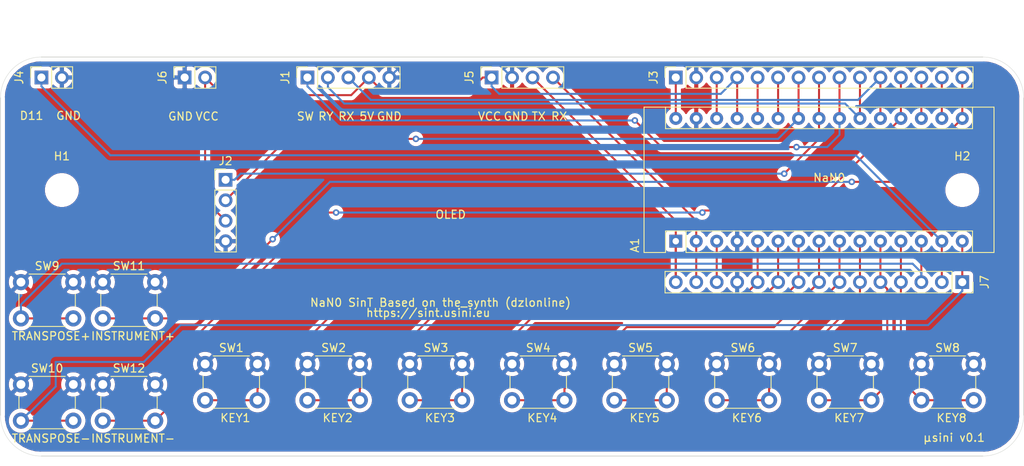
<source format=kicad_pcb>
(kicad_pcb (version 20171130) (host pcbnew "(5.1.4)-1")
  (layers (0 F.Cu signal) (31 B.Cu signal) (34 B.Paste user) (35 F.Paste user) (36 B.SilkS user) (37 F.SilkS user) (38 B.Mask user) (39 F.Mask user) (44 Edge.Cuts user))
  (net 0 "")
  (net 1 D13)
  (net 2 D12)
  (net 3 VIN)
  (net 4 D11)
  (net 5 GND)
  (net 6 D10)
  (net 7 D9)
  (net 8 D8)
  (net 9 A7)
  (net 10 D7)
  (net 11 A6)
  (net 12 D6)
  (net 13 A5)
  (net 14 D5)
  (net 15 A4)
  (net 16 D4)
  (net 17 A3)
  (net 18 D3)
  (net 19 A2)
  (net 20 D2)
  (net 21 A1)
  (net 22 A0)
  (net 23 AREF)
  (net 24 RX)
  (net 25 3V3)
  (net 26 TX)
  (net 27 VCC)
  (net 28 RST1)
  (net 29 RST2)
  (module Connector_PinSocket_2.54mm:PinSocket_1x15_P2.54mm_Vertical (layer F.Cu) (at 205.74 129.54 270)
    (fp_text reference J7 (at 0 -2.77 90) (layer F.SilkS))
    (fp_text value "Duplicate Right")
    (fp_line (start 0 -1.33) (end 1.33 -1.33) (layer F.SilkS) (width 0.12))
    (fp_line (start 1.33 -1.33) (end 1.33 0) (layer F.SilkS) (width 0.12))
    (fp_line (start 1.33 1.27) (end 1.33 36.89) (layer F.SilkS) (width 0.12))
    (fp_line (start -1.33 36.89) (end 1.33 36.89) (layer F.SilkS) (width 0.12))
    (fp_line (start -1.33 1.27) (end -1.33 36.89) (layer F.SilkS) (width 0.12))
    (fp_line (start -1.33 1.27) (end 1.33 1.27) (layer F.SilkS) (width 0.12))
    (pad 15 thru_hole oval (at 0 35.56 270) (size 1.7 1.7) (drill 1) (layers *.Cu *.Mask) (net 26 TX))
    (pad 14 thru_hole oval (at 0 33.02 270) (size 1.7 1.7) (drill 1) (layers *.Cu *.Mask) (net 24 RX))
    (pad 13 thru_hole oval (at 0 30.48 270) (size 1.7 1.7) (drill 1) (layers *.Cu *.Mask) (net 29 RST2))
    (pad 12 thru_hole oval (at 0 27.94 270) (size 1.7 1.7) (drill 1) (layers *.Cu *.Mask) (net 5 GND))
    (pad 11 thru_hole oval (at 0 25.4 270) (size 1.7 1.7) (drill 1) (layers *.Cu *.Mask) (net 20 D2))
    (pad 10 thru_hole oval (at 0 22.86 270) (size 1.7 1.7) (drill 1) (layers *.Cu *.Mask) (net 18 D3))
    (pad 9 thru_hole oval (at 0 20.32 270) (size 1.7 1.7) (drill 1) (layers *.Cu *.Mask) (net 16 D4))
    (pad 8 thru_hole oval (at 0 17.78 270) (size 1.7 1.7) (drill 1) (layers *.Cu *.Mask) (net 14 D5))
    (pad 7 thru_hole oval (at 0 15.24 270) (size 1.7 1.7) (drill 1) (layers *.Cu *.Mask) (net 12 D6))
    (pad 6 thru_hole oval (at 0 12.7 270) (size 1.7 1.7) (drill 1) (layers *.Cu *.Mask) (net 10 D7))
    (pad 5 thru_hole oval (at 0 10.16 270) (size 1.7 1.7) (drill 1) (layers *.Cu *.Mask) (net 8 D8))
    (pad 4 thru_hole oval (at 0 7.62 270) (size 1.7 1.7) (drill 1) (layers *.Cu *.Mask) (net 7 D9))
    (pad 3 thru_hole oval (at 0 5.08 270) (size 1.7 1.7) (drill 1) (layers *.Cu *.Mask) (net 6 D10))
    (pad 2 thru_hole oval (at 0 2.54 270) (size 1.7 1.7) (drill 1) (layers *.Cu *.Mask) (net 4 D11))
    (pad 1 thru_hole rect (at 0 0 270) (size 1.7 1.7) (drill 1) (layers *.Cu *.Mask) (net 2 D12))
  )
  (module Connector_PinSocket_2.54mm:PinSocket_1x02_P2.54mm_Vertical (layer F.Cu) (at 109.22 104.14 90)
    (fp_text reference J6 (at 0 -2.77 90) (layer F.SilkS))
    (fp_text value MERGER)
    (fp_line (start 0 -1.33) (end 1.33 -1.33) (layer F.SilkS) (width 0.12))
    (fp_line (start 1.33 -1.33) (end 1.33 0) (layer F.SilkS) (width 0.12))
    (fp_line (start 1.33 1.27) (end 1.33 3.87) (layer F.SilkS) (width 0.12))
    (fp_line (start -1.33 3.87) (end 1.33 3.87) (layer F.SilkS) (width 0.12))
    (fp_line (start -1.33 1.27) (end -1.33 3.87) (layer F.SilkS) (width 0.12))
    (fp_line (start -1.33 1.27) (end 1.33 1.27) (layer F.SilkS) (width 0.12))
    (pad 2 thru_hole oval (at 0 2.54 90) (size 1.7 1.7) (drill 1) (layers *.Cu *.Mask) (net 27 VCC))
    (pad 1 thru_hole rect (at 0 0 90) (size 1.7 1.7) (drill 1) (layers *.Cu *.Mask) (net 5 GND))
  )
  (module Connector_PinSocket_2.54mm:PinSocket_1x04_P2.54mm_Vertical (layer F.Cu) (at 147.32 104.14 90)
    (fp_text reference J5 (at 0 -2.77 90) (layer F.SilkS))
    (fp_text value SERIAL)
    (fp_line (start 0 -1.33) (end 1.33 -1.33) (layer F.SilkS) (width 0.12))
    (fp_line (start 1.33 -1.33) (end 1.33 0) (layer F.SilkS) (width 0.12))
    (fp_line (start 1.33 1.27) (end 1.33 8.95) (layer F.SilkS) (width 0.12))
    (fp_line (start -1.33 8.95) (end 1.33 8.95) (layer F.SilkS) (width 0.12))
    (fp_line (start -1.33 1.27) (end -1.33 8.95) (layer F.SilkS) (width 0.12))
    (fp_line (start -1.33 1.27) (end 1.33 1.27) (layer F.SilkS) (width 0.12))
    (pad 4 thru_hole oval (at 0 7.62 90) (size 1.7 1.7) (drill 1) (layers *.Cu *.Mask) (net 24 RX))
    (pad 3 thru_hole oval (at 0 5.08 90) (size 1.7 1.7) (drill 1) (layers *.Cu *.Mask) (net 26 TX))
    (pad 2 thru_hole oval (at 0 2.54 90) (size 1.7 1.7) (drill 1) (layers *.Cu *.Mask) (net 5 GND))
    (pad 1 thru_hole rect (at 0 0 90) (size 1.7 1.7) (drill 1) (layers *.Cu *.Mask) (net 27 VCC))
  )
  (module Connector_PinSocket_2.54mm:PinSocket_1x02_P2.54mm_Vertical (layer F.Cu) (at 91.44 104.14 90)
    (fp_text reference J4 (at 0 -2.77 90) (layer F.SilkS))
    (fp_text value AUDIO)
    (fp_line (start 0 -1.33) (end 1.33 -1.33) (layer F.SilkS) (width 0.12))
    (fp_line (start 1.33 -1.33) (end 1.33 0) (layer F.SilkS) (width 0.12))
    (fp_line (start 1.33 1.27) (end 1.33 3.87) (layer F.SilkS) (width 0.12))
    (fp_line (start -1.33 3.87) (end 1.33 3.87) (layer F.SilkS) (width 0.12))
    (fp_line (start -1.33 1.27) (end -1.33 3.87) (layer F.SilkS) (width 0.12))
    (fp_line (start -1.33 1.27) (end 1.33 1.27) (layer F.SilkS) (width 0.12))
    (pad 2 thru_hole oval (at 0 2.54 90) (size 1.7 1.7) (drill 1) (layers *.Cu *.Mask) (net 5 GND))
    (pad 1 thru_hole rect (at 0 0 90) (size 1.7 1.7) (drill 1) (layers *.Cu *.Mask) (net 4 D11))
  )
  (module Connector_PinSocket_2.54mm:PinSocket_1x15_P2.54mm_Vertical (layer F.Cu) (at 170.18 104.14 90)
    (fp_text reference J3 (at 0 -2.77 90) (layer F.SilkS))
    (fp_text value "Duplicate LEFT")
    (fp_line (start 0 -1.33) (end 1.33 -1.33) (layer F.SilkS) (width 0.12))
    (fp_line (start 1.33 -1.33) (end 1.33 0) (layer F.SilkS) (width 0.12))
    (fp_line (start 1.33 1.27) (end 1.33 36.89) (layer F.SilkS) (width 0.12))
    (fp_line (start -1.33 36.89) (end 1.33 36.89) (layer F.SilkS) (width 0.12))
    (fp_line (start -1.33 1.27) (end -1.33 36.89) (layer F.SilkS) (width 0.12))
    (fp_line (start -1.33 1.27) (end 1.33 1.27) (layer F.SilkS) (width 0.12))
    (pad 15 thru_hole oval (at 0 35.56 90) (size 1.7 1.7) (drill 1) (layers *.Cu *.Mask) (net 1 D13))
    (pad 14 thru_hole oval (at 0 33.02 90) (size 1.7 1.7) (drill 1) (layers *.Cu *.Mask) (net 25 3V3))
    (pad 13 thru_hole oval (at 0 30.48 90) (size 1.7 1.7) (drill 1) (layers *.Cu *.Mask) (net 23 AREF))
    (pad 12 thru_hole oval (at 0 27.94 90) (size 1.7 1.7) (drill 1) (layers *.Cu *.Mask) (net 22 A0))
    (pad 11 thru_hole oval (at 0 25.4 90) (size 1.7 1.7) (drill 1) (layers *.Cu *.Mask) (net 21 A1))
    (pad 10 thru_hole oval (at 0 22.86 90) (size 1.7 1.7) (drill 1) (layers *.Cu *.Mask) (net 19 A2))
    (pad 9 thru_hole oval (at 0 20.32 90) (size 1.7 1.7) (drill 1) (layers *.Cu *.Mask) (net 17 A3))
    (pad 8 thru_hole oval (at 0 17.78 90) (size 1.7 1.7) (drill 1) (layers *.Cu *.Mask) (net 15 A4))
    (pad 7 thru_hole oval (at 0 15.24 90) (size 1.7 1.7) (drill 1) (layers *.Cu *.Mask) (net 13 A5))
    (pad 6 thru_hole oval (at 0 12.7 90) (size 1.7 1.7) (drill 1) (layers *.Cu *.Mask) (net 11 A6))
    (pad 5 thru_hole oval (at 0 10.16 90) (size 1.7 1.7) (drill 1) (layers *.Cu *.Mask) (net 9 A7))
    (pad 4 thru_hole oval (at 0 7.62 90) (size 1.7 1.7) (drill 1) (layers *.Cu *.Mask) (net 27 VCC))
    (pad 3 thru_hole oval (at 0 5.08 90) (size 1.7 1.7) (drill 1) (layers *.Cu *.Mask) (net 28 RST1))
    (pad 2 thru_hole oval (at 0 2.54 90) (size 1.7 1.7) (drill 1) (layers *.Cu *.Mask) (net 5 GND))
    (pad 1 thru_hole rect (at 0 0 90) (size 1.7 1.7) (drill 1) (layers *.Cu *.Mask) (net 3 VIN))
  )
  (module Connector_PinSocket_2.54mm:PinSocket_1x05_P2.54mm_Vertical (layer F.Cu) (at 124.46 104.14 90)
    (fp_text reference J1 (at 0 -2.77 90) (layer F.SilkS))
    (fp_text value JOYSTICK)
    (fp_line (start 0 -1.33) (end 1.33 -1.33) (layer F.SilkS) (width 0.12))
    (fp_line (start 1.33 -1.33) (end 1.33 0) (layer F.SilkS) (width 0.12))
    (fp_line (start 1.33 1.27) (end 1.33 11.49) (layer F.SilkS) (width 0.12))
    (fp_line (start -1.33 11.49) (end 1.33 11.49) (layer F.SilkS) (width 0.12))
    (fp_line (start -1.33 1.27) (end -1.33 11.49) (layer F.SilkS) (width 0.12))
    (fp_line (start -1.33 1.27) (end 1.33 1.27) (layer F.SilkS) (width 0.12))
    (pad 5 thru_hole oval (at 0 10.16 90) (size 1.7 1.7) (drill 1) (layers *.Cu *.Mask) (net 5 GND))
    (pad 4 thru_hole oval (at 0 7.62 90) (size 1.7 1.7) (drill 1) (layers *.Cu *.Mask) (net 27 VCC))
    (pad 3 thru_hole oval (at 0 5.08 90) (size 1.7 1.7) (drill 1) (layers *.Cu *.Mask) (net 21 A1))
    (pad 2 thru_hole oval (at 0 2.54 90) (size 1.7 1.7) (drill 1) (layers *.Cu *.Mask) (net 19 A2))
    (pad 1 thru_hole rect (at 0 0 90) (size 1.7 1.7) (drill 1) (layers *.Cu *.Mask) (net 17 A3))
  )
  (module MountingHole:MountingHole_3.2mm_M3 (layer F.Cu) (at 205.74 118.11)
    (fp_text reference H2 (at 0 -4.2) (layer F.SilkS))
    (fp_text value MountingHole)
    (pad 1 np_thru_hole circle (at 0 0) (size 3.2 3.2) (drill 3.2) (layers *.Cu *.Mask))
  )
  (module MountingHole:MountingHole_3.2mm_M3 (layer F.Cu) (at 93.98 118.11)
    (fp_text reference H1 (at 0 -4.2) (layer F.SilkS))
    (fp_text value MountingHole)
    (pad 1 np_thru_hole circle (at 0 0) (size 3.2 3.2) (drill 3.2) (layers *.Cu *.Mask))
  )
  (module Button_Switch_THT:SW_PUSH_6mm_H7.3mm (layer F.Cu) (at 99.06 142.24)
    (fp_text reference SW12 (at 3.25 -2) (layer F.SilkS))
    (fp_text value INSTRUMENT- (at 3.75 6.7) (layer F.SilkS))
    (fp_line (start 6.75 3) (end 6.75 1.5) (layer F.SilkS) (width 0.12))
    (fp_line (start 5.5 -1) (end 1 -1) (layer F.SilkS) (width 0.12))
    (fp_line (start -0.25 1.5) (end -0.25 3) (layer F.SilkS) (width 0.12))
    (fp_line (start 1 5.5) (end 5.5 5.5) (layer F.SilkS) (width 0.12))
    (pad 1 thru_hole circle (at 6.5 0 90) (size 2 2) (drill 1.1) (layers *.Cu *.Mask) (net 5 GND))
    (pad 2 thru_hole circle (at 6.5 4.5 90) (size 2 2) (drill 1.1) (layers *.Cu *.Mask) (net 22 A0))
    (pad 1 thru_hole circle (at 0 0 90) (size 2 2) (drill 1.1) (layers *.Cu *.Mask) (net 5 GND))
    (pad 2 thru_hole circle (at 0 4.5 90) (size 2 2) (drill 1.1) (layers *.Cu *.Mask) (net 22 A0))
  )
  (module Button_Switch_THT:SW_PUSH_6mm_H7.3mm (layer F.Cu) (at 99.06 129.54)
    (fp_text reference SW11 (at 3.25 -2) (layer F.SilkS))
    (fp_text value INSTRUMENT+ (at 3.75 6.7) (layer F.SilkS))
    (fp_line (start 6.75 3) (end 6.75 1.5) (layer F.SilkS) (width 0.12))
    (fp_line (start 5.5 -1) (end 1 -1) (layer F.SilkS) (width 0.12))
    (fp_line (start -0.25 1.5) (end -0.25 3) (layer F.SilkS) (width 0.12))
    (fp_line (start 1 5.5) (end 5.5 5.5) (layer F.SilkS) (width 0.12))
    (pad 1 thru_hole circle (at 6.5 0 90) (size 2 2) (drill 1.1) (layers *.Cu *.Mask) (net 5 GND))
    (pad 2 thru_hole circle (at 6.5 4.5 90) (size 2 2) (drill 1.1) (layers *.Cu *.Mask) (net 1 D13))
    (pad 1 thru_hole circle (at 0 0 90) (size 2 2) (drill 1.1) (layers *.Cu *.Mask) (net 5 GND))
    (pad 2 thru_hole circle (at 0 4.5 90) (size 2 2) (drill 1.1) (layers *.Cu *.Mask) (net 1 D13))
  )
  (module Button_Switch_THT:SW_PUSH_6mm_H7.3mm (layer F.Cu) (at 88.9 142.24)
    (fp_text reference SW10 (at 3.25 -2) (layer F.SilkS))
    (fp_text value TRANSPOSE- (at 3.75 6.7) (layer F.SilkS))
    (fp_line (start 6.75 3) (end 6.75 1.5) (layer F.SilkS) (width 0.12))
    (fp_line (start 5.5 -1) (end 1 -1) (layer F.SilkS) (width 0.12))
    (fp_line (start -0.25 1.5) (end -0.25 3) (layer F.SilkS) (width 0.12))
    (fp_line (start 1 5.5) (end 5.5 5.5) (layer F.SilkS) (width 0.12))
    (pad 1 thru_hole circle (at 6.5 0 90) (size 2 2) (drill 1.1) (layers *.Cu *.Mask) (net 5 GND))
    (pad 2 thru_hole circle (at 6.5 4.5 90) (size 2 2) (drill 1.1) (layers *.Cu *.Mask) (net 2 D12))
    (pad 1 thru_hole circle (at 0 0 90) (size 2 2) (drill 1.1) (layers *.Cu *.Mask) (net 5 GND))
    (pad 2 thru_hole circle (at 0 4.5 90) (size 2 2) (drill 1.1) (layers *.Cu *.Mask) (net 2 D12))
  )
  (module Button_Switch_THT:SW_PUSH_6mm_H7.3mm (layer F.Cu) (at 88.9 129.54)
    (fp_text reference SW9 (at 3.25 -2) (layer F.SilkS))
    (fp_text value TRANSPOSE+ (at 3.75 6.7) (layer F.SilkS))
    (fp_line (start 6.75 3) (end 6.75 1.5) (layer F.SilkS) (width 0.12))
    (fp_line (start 5.5 -1) (end 1 -1) (layer F.SilkS) (width 0.12))
    (fp_line (start -0.25 1.5) (end -0.25 3) (layer F.SilkS) (width 0.12))
    (fp_line (start 1 5.5) (end 5.5 5.5) (layer F.SilkS) (width 0.12))
    (pad 1 thru_hole circle (at 6.5 0 90) (size 2 2) (drill 1.1) (layers *.Cu *.Mask) (net 5 GND))
    (pad 2 thru_hole circle (at 6.5 4.5 90) (size 2 2) (drill 1.1) (layers *.Cu *.Mask) (net 6 D10))
    (pad 1 thru_hole circle (at 0 0 90) (size 2 2) (drill 1.1) (layers *.Cu *.Mask) (net 5 GND))
    (pad 2 thru_hole circle (at 0 4.5 90) (size 2 2) (drill 1.1) (layers *.Cu *.Mask) (net 6 D10))
  )
  (module Button_Switch_THT:SW_PUSH_6mm_H7.3mm (layer F.Cu) (at 200.66 139.7)
    (fp_text reference SW8 (at 3.25 -2) (layer F.SilkS))
    (fp_text value KEY8 (at 3.75 6.7) (layer F.SilkS))
    (fp_line (start 6.75 3) (end 6.75 1.5) (layer F.SilkS) (width 0.12))
    (fp_line (start 5.5 -1) (end 1 -1) (layer F.SilkS) (width 0.12))
    (fp_line (start -0.25 1.5) (end -0.25 3) (layer F.SilkS) (width 0.12))
    (fp_line (start 1 5.5) (end 5.5 5.5) (layer F.SilkS) (width 0.12))
    (pad 1 thru_hole circle (at 6.5 0 90) (size 2 2) (drill 1.1) (layers *.Cu *.Mask) (net 5 GND))
    (pad 2 thru_hole circle (at 6.5 4.5 90) (size 2 2) (drill 1.1) (layers *.Cu *.Mask) (net 7 D9))
    (pad 1 thru_hole circle (at 0 0 90) (size 2 2) (drill 1.1) (layers *.Cu *.Mask) (net 5 GND))
    (pad 2 thru_hole circle (at 0 4.5 90) (size 2 2) (drill 1.1) (layers *.Cu *.Mask) (net 7 D9))
  )
  (module Button_Switch_THT:SW_PUSH_6mm_H7.3mm (layer F.Cu) (at 187.96 139.7)
    (fp_text reference SW7 (at 3.25 -2) (layer F.SilkS))
    (fp_text value KEY7 (at 3.75 6.7) (layer F.SilkS))
    (fp_line (start 6.75 3) (end 6.75 1.5) (layer F.SilkS) (width 0.12))
    (fp_line (start 5.5 -1) (end 1 -1) (layer F.SilkS) (width 0.12))
    (fp_line (start -0.25 1.5) (end -0.25 3) (layer F.SilkS) (width 0.12))
    (fp_line (start 1 5.5) (end 5.5 5.5) (layer F.SilkS) (width 0.12))
    (pad 1 thru_hole circle (at 6.5 0 90) (size 2 2) (drill 1.1) (layers *.Cu *.Mask) (net 5 GND))
    (pad 2 thru_hole circle (at 6.5 4.5 90) (size 2 2) (drill 1.1) (layers *.Cu *.Mask) (net 8 D8))
    (pad 1 thru_hole circle (at 0 0 90) (size 2 2) (drill 1.1) (layers *.Cu *.Mask) (net 5 GND))
    (pad 2 thru_hole circle (at 0 4.5 90) (size 2 2) (drill 1.1) (layers *.Cu *.Mask) (net 8 D8))
  )
  (module Button_Switch_THT:SW_PUSH_6mm_H7.3mm (layer F.Cu) (at 175.26 139.7)
    (fp_text reference SW6 (at 3.25 -2) (layer F.SilkS))
    (fp_text value KEY6 (at 3.75 6.7) (layer F.SilkS))
    (fp_line (start 6.75 3) (end 6.75 1.5) (layer F.SilkS) (width 0.12))
    (fp_line (start 5.5 -1) (end 1 -1) (layer F.SilkS) (width 0.12))
    (fp_line (start -0.25 1.5) (end -0.25 3) (layer F.SilkS) (width 0.12))
    (fp_line (start 1 5.5) (end 5.5 5.5) (layer F.SilkS) (width 0.12))
    (pad 1 thru_hole circle (at 6.5 0 90) (size 2 2) (drill 1.1) (layers *.Cu *.Mask) (net 5 GND))
    (pad 2 thru_hole circle (at 6.5 4.5 90) (size 2 2) (drill 1.1) (layers *.Cu *.Mask) (net 10 D7))
    (pad 1 thru_hole circle (at 0 0 90) (size 2 2) (drill 1.1) (layers *.Cu *.Mask) (net 5 GND))
    (pad 2 thru_hole circle (at 0 4.5 90) (size 2 2) (drill 1.1) (layers *.Cu *.Mask) (net 10 D7))
  )
  (module Button_Switch_THT:SW_PUSH_6mm_H7.3mm (layer F.Cu) (at 162.56 139.7)
    (fp_text reference SW5 (at 3.25 -2) (layer F.SilkS))
    (fp_text value KEY5 (at 3.75 6.7) (layer F.SilkS))
    (fp_line (start 6.75 3) (end 6.75 1.5) (layer F.SilkS) (width 0.12))
    (fp_line (start 5.5 -1) (end 1 -1) (layer F.SilkS) (width 0.12))
    (fp_line (start -0.25 1.5) (end -0.25 3) (layer F.SilkS) (width 0.12))
    (fp_line (start 1 5.5) (end 5.5 5.5) (layer F.SilkS) (width 0.12))
    (pad 1 thru_hole circle (at 6.5 0 90) (size 2 2) (drill 1.1) (layers *.Cu *.Mask) (net 5 GND))
    (pad 2 thru_hole circle (at 6.5 4.5 90) (size 2 2) (drill 1.1) (layers *.Cu *.Mask) (net 12 D6))
    (pad 1 thru_hole circle (at 0 0 90) (size 2 2) (drill 1.1) (layers *.Cu *.Mask) (net 5 GND))
    (pad 2 thru_hole circle (at 0 4.5 90) (size 2 2) (drill 1.1) (layers *.Cu *.Mask) (net 12 D6))
  )
  (module Button_Switch_THT:SW_PUSH_6mm_H7.3mm (layer F.Cu) (at 149.86 139.7)
    (fp_text reference SW4 (at 3.25 -2) (layer F.SilkS))
    (fp_text value KEY4 (at 3.75 6.7) (layer F.SilkS))
    (fp_line (start 6.75 3) (end 6.75 1.5) (layer F.SilkS) (width 0.12))
    (fp_line (start 5.5 -1) (end 1 -1) (layer F.SilkS) (width 0.12))
    (fp_line (start -0.25 1.5) (end -0.25 3) (layer F.SilkS) (width 0.12))
    (fp_line (start 1 5.5) (end 5.5 5.5) (layer F.SilkS) (width 0.12))
    (pad 1 thru_hole circle (at 6.5 0 90) (size 2 2) (drill 1.1) (layers *.Cu *.Mask) (net 5 GND))
    (pad 2 thru_hole circle (at 6.5 4.5 90) (size 2 2) (drill 1.1) (layers *.Cu *.Mask) (net 14 D5))
    (pad 1 thru_hole circle (at 0 0 90) (size 2 2) (drill 1.1) (layers *.Cu *.Mask) (net 5 GND))
    (pad 2 thru_hole circle (at 0 4.5 90) (size 2 2) (drill 1.1) (layers *.Cu *.Mask) (net 14 D5))
  )
  (module Button_Switch_THT:SW_PUSH_6mm_H7.3mm (layer F.Cu) (at 137.16 139.7)
    (fp_text reference SW3 (at 3.25 -2) (layer F.SilkS))
    (fp_text value KEY3 (at 3.75 6.7) (layer F.SilkS))
    (fp_line (start 6.75 3) (end 6.75 1.5) (layer F.SilkS) (width 0.12))
    (fp_line (start 5.5 -1) (end 1 -1) (layer F.SilkS) (width 0.12))
    (fp_line (start -0.25 1.5) (end -0.25 3) (layer F.SilkS) (width 0.12))
    (fp_line (start 1 5.5) (end 5.5 5.5) (layer F.SilkS) (width 0.12))
    (pad 1 thru_hole circle (at 6.5 0 90) (size 2 2) (drill 1.1) (layers *.Cu *.Mask) (net 5 GND))
    (pad 2 thru_hole circle (at 6.5 4.5 90) (size 2 2) (drill 1.1) (layers *.Cu *.Mask) (net 16 D4))
    (pad 1 thru_hole circle (at 0 0 90) (size 2 2) (drill 1.1) (layers *.Cu *.Mask) (net 5 GND))
    (pad 2 thru_hole circle (at 0 4.5 90) (size 2 2) (drill 1.1) (layers *.Cu *.Mask) (net 16 D4))
  )
  (module Button_Switch_THT:SW_PUSH_6mm_H7.3mm (layer F.Cu) (at 124.46 139.7)
    (fp_text reference SW2 (at 3.25 -2) (layer F.SilkS))
    (fp_text value KEY2 (at 3.75 6.7) (layer F.SilkS))
    (fp_line (start 6.75 3) (end 6.75 1.5) (layer F.SilkS) (width 0.12))
    (fp_line (start 5.5 -1) (end 1 -1) (layer F.SilkS) (width 0.12))
    (fp_line (start -0.25 1.5) (end -0.25 3) (layer F.SilkS) (width 0.12))
    (fp_line (start 1 5.5) (end 5.5 5.5) (layer F.SilkS) (width 0.12))
    (pad 1 thru_hole circle (at 6.5 0 90) (size 2 2) (drill 1.1) (layers *.Cu *.Mask) (net 5 GND))
    (pad 2 thru_hole circle (at 6.5 4.5 90) (size 2 2) (drill 1.1) (layers *.Cu *.Mask) (net 18 D3))
    (pad 1 thru_hole circle (at 0 0 90) (size 2 2) (drill 1.1) (layers *.Cu *.Mask) (net 5 GND))
    (pad 2 thru_hole circle (at 0 4.5 90) (size 2 2) (drill 1.1) (layers *.Cu *.Mask) (net 18 D3))
  )
  (module Button_Switch_THT:SW_PUSH_6mm_H7.3mm (layer F.Cu) (at 111.76 139.7)
    (fp_text reference SW1 (at 3.25 -2) (layer F.SilkS))
    (fp_text value KEY1 (at 3.75 6.7) (layer F.SilkS))
    (fp_line (start 6.75 3) (end 6.75 1.5) (layer F.SilkS) (width 0.12))
    (fp_line (start 5.5 -1) (end 1 -1) (layer F.SilkS) (width 0.12))
    (fp_line (start -0.25 1.5) (end -0.25 3) (layer F.SilkS) (width 0.12))
    (fp_line (start 1 5.5) (end 5.5 5.5) (layer F.SilkS) (width 0.12))
    (pad 1 thru_hole circle (at 6.5 0 90) (size 2 2) (drill 1.1) (layers *.Cu *.Mask) (net 5 GND))
    (pad 2 thru_hole circle (at 6.5 4.5 90) (size 2 2) (drill 1.1) (layers *.Cu *.Mask) (net 20 D2))
    (pad 1 thru_hole circle (at 0 0 90) (size 2 2) (drill 1.1) (layers *.Cu *.Mask) (net 5 GND))
    (pad 2 thru_hole circle (at 0 4.5 90) (size 2 2) (drill 1.1) (layers *.Cu *.Mask) (net 20 D2))
  )
  (module Connector_PinHeader_2.54mm:PinHeader_1x04_P2.54mm_Vertical (layer F.Cu) (at 114.3 116.84)
    (fp_text reference J2 (at 0 -2.33) (layer F.SilkS))
    (fp_text value OLED (at 27.94 4.318) (layer F.SilkS))
    (fp_line (start -1.33 -1.33) (end 0 -1.33) (layer F.SilkS) (width 0.12))
    (fp_line (start -1.33 0) (end -1.33 -1.33) (layer F.SilkS) (width 0.12))
    (fp_line (start -1.33 1.27) (end 1.33 1.27) (layer F.SilkS) (width 0.12))
    (fp_line (start 1.33 1.27) (end 1.33 8.95) (layer F.SilkS) (width 0.12))
    (fp_line (start -1.33 1.27) (end -1.33 8.95) (layer F.SilkS) (width 0.12))
    (fp_line (start -1.33 8.95) (end 1.33 8.95) (layer F.SilkS) (width 0.12))
    (pad 4 thru_hole oval (at 0 7.62) (size 1.7 1.7) (drill 1) (layers *.Cu *.Mask) (net 5 GND))
    (pad 3 thru_hole oval (at 0 5.08) (size 1.7 1.7) (drill 1) (layers *.Cu *.Mask) (net 27 VCC))
    (pad 2 thru_hole oval (at 0 2.54) (size 1.7 1.7) (drill 1) (layers *.Cu *.Mask) (net 13 A5))
    (pad 1 thru_hole rect (at 0 0) (size 1.7 1.7) (drill 1) (layers *.Cu *.Mask) (net 15 A4))
  )
  (module Module:Arduino_Nano (layer F.Cu) (at 170.18 124.46 90)
    (fp_text reference A1 (at -0.508 -5.08 90) (layer F.SilkS))
    (fp_text value NaN0 (at 7.874 19.05) (layer F.SilkS))
    (fp_line (start 16.64 -3.94) (end -1.4 -3.94) (layer F.SilkS) (width 0.12))
    (fp_line (start 16.64 39.5) (end 16.64 -3.94) (layer F.SilkS) (width 0.12))
    (fp_line (start -1.4 39.5) (end 16.64 39.5) (layer F.SilkS) (width 0.12))
    (fp_line (start 1.27 36.83) (end -1.4 36.83) (layer F.SilkS) (width 0.12))
    (fp_line (start 1.27 1.27) (end 1.27 36.83) (layer F.SilkS) (width 0.12))
    (fp_line (start 1.27 1.27) (end -1.4 1.27) (layer F.SilkS) (width 0.12))
    (fp_line (start 13.97 36.83) (end 16.64 36.83) (layer F.SilkS) (width 0.12))
    (fp_line (start 13.97 -1.27) (end 13.97 36.83) (layer F.SilkS) (width 0.12))
    (fp_line (start 13.97 -1.27) (end 16.64 -1.27) (layer F.SilkS) (width 0.12))
    (fp_line (start -1.4 -3.94) (end -1.4 -1.27) (layer F.SilkS) (width 0.12))
    (fp_line (start -1.4 1.27) (end -1.4 39.5) (layer F.SilkS) (width 0.12))
    (fp_line (start 1.27 -1.27) (end -1.4 -1.27) (layer F.SilkS) (width 0.12))
    (fp_line (start 1.27 1.27) (end 1.27 -1.27) (layer F.SilkS) (width 0.12))
    (pad 16 thru_hole oval (at 15.24 35.56 90) (size 1.6 1.6) (drill 0.8) (layers *.Cu *.Mask) (net 1 D13))
    (pad 15 thru_hole oval (at 0 35.56 90) (size 1.6 1.6) (drill 0.8) (layers *.Cu *.Mask) (net 2 D12))
    (pad 30 thru_hole oval (at 15.24 0 90) (size 1.6 1.6) (drill 0.8) (layers *.Cu *.Mask) (net 3 VIN))
    (pad 14 thru_hole oval (at 0 33.02 90) (size 1.6 1.6) (drill 0.8) (layers *.Cu *.Mask) (net 4 D11))
    (pad 29 thru_hole oval (at 15.24 2.54 90) (size 1.6 1.6) (drill 0.8) (layers *.Cu *.Mask) (net 5 GND))
    (pad 13 thru_hole oval (at 0 30.48 90) (size 1.6 1.6) (drill 0.8) (layers *.Cu *.Mask) (net 6 D10))
    (pad 28 thru_hole oval (at 15.24 5.08 90) (size 1.6 1.6) (drill 0.8) (layers *.Cu *.Mask) (net 28 RST1))
    (pad 12 thru_hole oval (at 0 27.94 90) (size 1.6 1.6) (drill 0.8) (layers *.Cu *.Mask) (net 7 D9))
    (pad 27 thru_hole oval (at 15.24 7.62 90) (size 1.6 1.6) (drill 0.8) (layers *.Cu *.Mask) (net 27 VCC))
    (pad 11 thru_hole oval (at 0 25.4 90) (size 1.6 1.6) (drill 0.8) (layers *.Cu *.Mask) (net 8 D8))
    (pad 26 thru_hole oval (at 15.24 10.16 90) (size 1.6 1.6) (drill 0.8) (layers *.Cu *.Mask) (net 9 A7))
    (pad 10 thru_hole oval (at 0 22.86 90) (size 1.6 1.6) (drill 0.8) (layers *.Cu *.Mask) (net 10 D7))
    (pad 25 thru_hole oval (at 15.24 12.7 90) (size 1.6 1.6) (drill 0.8) (layers *.Cu *.Mask) (net 11 A6))
    (pad 9 thru_hole oval (at 0 20.32 90) (size 1.6 1.6) (drill 0.8) (layers *.Cu *.Mask) (net 12 D6))
    (pad 24 thru_hole oval (at 15.24 15.24 90) (size 1.6 1.6) (drill 0.8) (layers *.Cu *.Mask) (net 13 A5))
    (pad 8 thru_hole oval (at 0 17.78 90) (size 1.6 1.6) (drill 0.8) (layers *.Cu *.Mask) (net 14 D5))
    (pad 23 thru_hole oval (at 15.24 17.78 90) (size 1.6 1.6) (drill 0.8) (layers *.Cu *.Mask) (net 15 A4))
    (pad 7 thru_hole oval (at 0 15.24 90) (size 1.6 1.6) (drill 0.8) (layers *.Cu *.Mask) (net 16 D4))
    (pad 22 thru_hole oval (at 15.24 20.32 90) (size 1.6 1.6) (drill 0.8) (layers *.Cu *.Mask) (net 17 A3))
    (pad 6 thru_hole oval (at 0 12.7 90) (size 1.6 1.6) (drill 0.8) (layers *.Cu *.Mask) (net 18 D3))
    (pad 21 thru_hole oval (at 15.24 22.86 90) (size 1.6 1.6) (drill 0.8) (layers *.Cu *.Mask) (net 19 A2))
    (pad 5 thru_hole oval (at 0 10.16 90) (size 1.6 1.6) (drill 0.8) (layers *.Cu *.Mask) (net 20 D2))
    (pad 20 thru_hole oval (at 15.24 25.4 90) (size 1.6 1.6) (drill 0.8) (layers *.Cu *.Mask) (net 21 A1))
    (pad 4 thru_hole oval (at 0 7.62 90) (size 1.6 1.6) (drill 0.8) (layers *.Cu *.Mask) (net 5 GND))
    (pad 19 thru_hole oval (at 15.24 27.94 90) (size 1.6 1.6) (drill 0.8) (layers *.Cu *.Mask) (net 22 A0))
    (pad 3 thru_hole oval (at 0 5.08 90) (size 1.6 1.6) (drill 0.8) (layers *.Cu *.Mask) (net 29 RST2))
    (pad 18 thru_hole oval (at 15.24 30.48 90) (size 1.6 1.6) (drill 0.8) (layers *.Cu *.Mask) (net 23 AREF))
    (pad 2 thru_hole oval (at 0 2.54 90) (size 1.6 1.6) (drill 0.8) (layers *.Cu *.Mask) (net 24 RX))
    (pad 17 thru_hole oval (at 15.24 33.02 90) (size 1.6 1.6) (drill 0.8) (layers *.Cu *.Mask) (net 25 3V3))
    (pad 1 thru_hole rect (at 0 0 90) (size 1.6 1.6) (drill 0.8) (layers *.Cu *.Mask) (net 26 TX))
  )
  (gr_arc (start 91.44 106.68) (end 91.44 101.6) (angle -90) (layer Edge.Cuts) (width 0.05))
  (gr_arc (start 91.44 146.05) (end 86.36 146.05) (angle -90) (layer Edge.Cuts) (width 0.05))
  (gr_arc (start 208.28 146.05) (end 208.28 151.13) (angle -90) (layer Edge.Cuts) (width 0.05))
  (gr_arc (start 208.28 106.68) (end 213.36 106.68) (angle -90) (layer Edge.Cuts) (width 0.05))
  (gr_text "µsini v0.1" (at 204.724 148.844) (layer F.SilkS) (effects (font (size 1 1))))
  (gr_text https://sint.usini.eu (at 139.446 133.35) (layer F.SilkS) (effects (font (size 1 1))))
  (gr_text "NaN0 SinT Based on the_synth (dzlonline)" (at 140.97 132.08) (layer F.SilkS) (effects (font (size 1 1))))
  (gr_line (start 86.36 146.05) (end 86.36 106.68) (layer Edge.Cuts) (width 0.1))
  (gr_line (start 208.28 151.13) (end 91.44 151.13) (layer Edge.Cuts) (width 0.1))
  (gr_line (start 213.36 106.68) (end 213.36 146.05) (layer Edge.Cuts) (width 0.1))
  (gr_line (start 91.44 101.6) (end 208.28 101.6) (layer Edge.Cuts) (width 0.1))
  (gr_text GND (at 94.8182 108.8898) (layer F.SilkS) (effects (font (size 1 1))))
  (gr_text D11 (at 90.2208 108.8898) (layer F.SilkS) (effects (font (size 1 1))))
  (gr_text RX (at 155.702 108.966) (layer F.SilkS) (effects (font (size 1 1))))
  (gr_text TX (at 153.162 108.966) (layer F.SilkS) (effects (font (size 1 1))))
  (gr_text GND (at 150.368 108.966) (layer F.SilkS) (effects (font (size 1 1))))
  (gr_text VCC (at 147.066 108.966) (layer F.SilkS) (effects (font (size 1 1))))
  (gr_text SW (at 124.206 108.966) (layer F.SilkS) (effects (font (size 1 1))))
  (gr_text RY (at 126.746 108.966) (layer F.SilkS) (effects (font (size 1 1))))
  (gr_text RX (at 129.286 108.966) (layer F.SilkS) (effects (font (size 1 1))))
  (gr_text 5V (at 131.826 108.966) (layer F.SilkS) (effects (font (size 1 1))))
  (gr_text GND (at 134.62 108.966) (layer F.SilkS) (effects (font (size 1 1))))
  (gr_text VCC (at 112.014 108.966) (layer F.SilkS) (effects (font (size 1 1))))
  (gr_text GND (at 108.712 108.966) (layer F.SilkS) (effects (font (size 1 1))))
  (segment (start 205.74 109.22) (end 205.74 104.14) (width 0.25) (layer F.Cu) (net 1))
  (via (at 192.024 117.094) (size 0.8) (drill 0.4) (layers F.Cu B.Cu) (net 1))
  (segment (start 196.991002 117.094) (end 192.024 117.094) (width 0.25) (layer F.Cu) (net 1))
  (segment (start 205.74 109.22) (end 197.866 117.094) (width 0.25) (layer F.Cu) (net 1))
  (segment (start 197.866 117.094) (end 196.991002 117.094) (width 0.25) (layer F.Cu) (net 1))
  (via (at 120.142 124.206) (size 0.8) (drill 0.4) (layers F.Cu B.Cu) (net 1))
  (segment (start 192.024 117.094) (end 127.254 117.094) (width 0.25) (layer B.Cu) (net 1))
  (segment (start 127.254 117.094) (end 120.142 124.206) (width 0.25) (layer B.Cu) (net 1))
  (segment (start 110.308 134.04) (end 105.56 134.04) (width 0.25) (layer F.Cu) (net 1))
  (segment (start 120.142 124.206) (end 110.308 134.04) (width 0.25) (layer F.Cu) (net 1))
  (segment (start 99.06 134.04) (end 105.56 134.04) (width 0.25) (layer F.Cu) (net 1))
  (segment (start 205.74 129.54) (end 205.74 124.46) (width 0.25) (layer F.Cu) (net 2))
  (segment (start 205.74 129.54) (end 205.74 130.64) (width 0.25) (layer B.Cu) (net 2))
  (segment (start 201.506 134.874) (end 108.712 134.874) (width 0.25) (layer B.Cu) (net 2))
  (segment (start 108.712 134.874) (end 104.14 139.446) (width 0.25) (layer B.Cu) (net 2))
  (segment (start 205.74 130.64) (end 201.506 134.874) (width 0.25) (layer B.Cu) (net 2))
  (segment (start 88.9 146.74) (end 95.4 146.74) (width 0.25) (layer F.Cu) (net 2))
  (segment (start 89.899999 145.740001) (end 89.971999 145.740001) (width 0.25) (layer B.Cu) (net 2))
  (segment (start 88.9 146.74) (end 89.899999 145.740001) (width 0.25) (layer B.Cu) (net 2))
  (segment (start 89.971999 145.740001) (end 93.218 142.494) (width 0.25) (layer B.Cu) (net 2))
  (segment (start 93.218 142.494) (end 93.218 139.446) (width 0.25) (layer B.Cu) (net 2))
  (segment (start 104.14 139.446) (end 93.218 139.446) (width 0.25) (layer B.Cu) (net 2))
  (segment (start 170.18 104.14) (end 170.18 109.22) (width 0.25) (layer F.Cu) (net 3))
  (segment (start 203.2 129.54) (end 203.2 124.46) (width 0.25) (layer F.Cu) (net 4))
  (segment (start 203.2 124.46) (end 192.532 113.792) (width 0.25) (layer B.Cu) (net 4))
  (segment (start 91.44 105.24) (end 91.44 104.14) (width 0.25) (layer B.Cu) (net 4))
  (segment (start 99.992 113.792) (end 91.44 105.24) (width 0.25) (layer B.Cu) (net 4))
  (segment (start 192.532 113.792) (end 99.992 113.792) (width 0.25) (layer B.Cu) (net 4))
  (segment (start 172.72 104.14) (end 172.72 109.22) (width 0.25) (layer F.Cu) (net 5))
  (segment (start 177.8 124.46) (end 177.8 129.54) (width 0.25) (layer F.Cu) (net 5))
  (segment (start 93.835022 104.49001) (end 93.732506 104.387494) (width 0.25) (layer B.Cu) (net 5))
  (segment (start 109.22 104.14) (end 97.014988 104.14) (width 0.25) (layer B.Cu) (net 5))
  (segment (start 136.144 102.616) (end 134.62 104.14) (width 0.25) (layer B.Cu) (net 5))
  (segment (start 149.86 104.14) (end 148.336 102.616) (width 0.25) (layer B.Cu) (net 5))
  (segment (start 148.336 102.616) (end 136.144 102.616) (width 0.25) (layer B.Cu) (net 5))
  (segment (start 93.98 104.14) (end 109.22 104.14) (width 0.25) (layer B.Cu) (net 5))
  (segment (start 200.66 129.54) (end 200.66 124.46) (width 0.25) (layer F.Cu) (net 6))
  (segment (start 88.9 132.334) (end 88.9 134.04) (width 0.25) (layer B.Cu) (net 6))
  (segment (start 93.98 127.254) (end 88.9 132.334) (width 0.25) (layer B.Cu) (net 6))
  (segment (start 199.576081 127.254) (end 93.98 127.254) (width 0.25) (layer B.Cu) (net 6))
  (segment (start 200.66 129.54) (end 200.66 128.337919) (width 0.25) (layer B.Cu) (net 6))
  (segment (start 200.66 128.337919) (end 199.576081 127.254) (width 0.25) (layer B.Cu) (net 6))
  (segment (start 90.314213 134.04) (end 95.4 134.04) (width 0.25) (layer F.Cu) (net 6))
  (segment (start 88.9 134.04) (end 90.314213 134.04) (width 0.25) (layer F.Cu) (net 6))
  (segment (start 198.12 129.54) (end 198.12 124.46) (width 0.25) (layer F.Cu) (net 7))
  (segment (start 200.66 144.2) (end 207.16 144.2) (width 0.25) (layer F.Cu) (net 7))
  (segment (start 198.12 141.66) (end 198.12 129.54) (width 0.25) (layer F.Cu) (net 7))
  (segment (start 200.66 144.2) (end 198.12 141.66) (width 0.25) (layer F.Cu) (net 7))
  (segment (start 195.58 129.54) (end 195.58 124.46) (width 0.25) (layer F.Cu) (net 8))
  (segment (start 187.96 144.2) (end 194.46 144.2) (width 0.25) (layer F.Cu) (net 8))
  (segment (start 196.429999 130.389999) (end 195.58 129.54) (width 0.25) (layer F.Cu) (net 8))
  (segment (start 196.429999 142.230001) (end 196.429999 130.389999) (width 0.25) (layer F.Cu) (net 8))
  (segment (start 194.46 144.2) (end 196.429999 142.230001) (width 0.25) (layer F.Cu) (net 8))
  (segment (start 180.34 104.14) (end 180.34 109.22) (width 0.25) (layer F.Cu) (net 9))
  (segment (start 193.04 129.54) (end 193.04 124.46) (width 0.25) (layer F.Cu) (net 10))
  (segment (start 175.26 144.2) (end 181.76 144.2) (width 0.25) (layer F.Cu) (net 10))
  (segment (start 193.04 130.742081) (end 193.04 129.54) (width 0.25) (layer F.Cu) (net 10))
  (segment (start 193.04 131.505787) (end 193.04 130.742081) (width 0.25) (layer F.Cu) (net 10))
  (segment (start 181.76 142.785787) (end 193.04 131.505787) (width 0.25) (layer F.Cu) (net 10))
  (segment (start 181.76 144.2) (end 181.76 142.785787) (width 0.25) (layer F.Cu) (net 10))
  (segment (start 182.88 104.14) (end 182.88 109.22) (width 0.25) (layer F.Cu) (net 11))
  (segment (start 190.5 129.54) (end 190.5 124.46) (width 0.25) (layer F.Cu) (net 12))
  (segment (start 162.56 144.2) (end 169.06 144.2) (width 0.25) (layer F.Cu) (net 12))
  (segment (start 169.06 142.344) (end 175.26 136.144) (width 0.25) (layer F.Cu) (net 12))
  (segment (start 169.06 144.2) (end 169.06 142.344) (width 0.25) (layer F.Cu) (net 12))
  (segment (start 183.896 136.144) (end 190.5 129.54) (width 0.25) (layer F.Cu) (net 12))
  (segment (start 175.26 136.144) (end 183.896 136.144) (width 0.25) (layer F.Cu) (net 12))
  (segment (start 185.42 104.14) (end 185.42 109.22) (width 0.25) (layer F.Cu) (net 13))
  (via (at 137.922 111.76) (size 0.8) (drill 0.4) (layers F.Cu B.Cu) (net 13))
  (segment (start 185.42 109.22) (end 182.88 111.76) (width 0.25) (layer B.Cu) (net 13))
  (segment (start 182.88 111.76) (end 137.922 111.76) (width 0.25) (layer B.Cu) (net 13))
  (segment (start 121.92 111.76) (end 117.348 116.332) (width 0.25) (layer F.Cu) (net 13))
  (segment (start 137.922 111.76) (end 121.92 111.76) (width 0.25) (layer F.Cu) (net 13))
  (segment (start 117.348 116.332) (end 114.3 119.38) (width 0.25) (layer F.Cu) (net 13))
  (segment (start 187.96 129.54) (end 187.96 124.46) (width 0.25) (layer F.Cu) (net 14))
  (segment (start 149.86 144.2) (end 156.36 144.2) (width 0.25) (layer F.Cu) (net 14))
  (segment (start 182.372 135.128) (end 187.96 129.54) (width 0.25) (layer F.Cu) (net 14))
  (segment (start 164.084 135.128) (end 182.372 135.128) (width 0.25) (layer F.Cu) (net 14))
  (segment (start 157.540787 141.605) (end 157.607 141.605) (width 0.25) (layer F.Cu) (net 14))
  (segment (start 156.36 142.785787) (end 157.540787 141.605) (width 0.25) (layer F.Cu) (net 14))
  (segment (start 156.36 144.2) (end 156.36 142.785787) (width 0.25) (layer F.Cu) (net 14))
  (segment (start 157.607 141.605) (end 164.084 135.128) (width 0.25) (layer F.Cu) (net 14))
  (segment (start 187.96 104.14) (end 187.96 109.22) (width 0.25) (layer F.Cu) (net 15))
  (segment (start 115.4 116.84) (end 116.162 116.078) (width 0.25) (layer B.Cu) (net 15))
  (segment (start 114.3 116.84) (end 115.4 116.84) (width 0.25) (layer B.Cu) (net 15))
  (via (at 183.642 116.078) (size 0.8) (drill 0.4) (layers F.Cu B.Cu) (net 15))
  (segment (start 116.162 116.078) (end 183.642 116.078) (width 0.25) (layer B.Cu) (net 15))
  (segment (start 183.642 116.078) (end 187.96 111.76) (width 0.25) (layer F.Cu) (net 15))
  (segment (start 187.96 111.76) (end 187.96 109.22) (width 0.25) (layer F.Cu) (net 15))
  (segment (start 185.42 129.54) (end 185.42 124.46) (width 0.25) (layer F.Cu) (net 16))
  (segment (start 137.16 144.2) (end 143.66 144.2) (width 0.25) (layer F.Cu) (net 16))
  (segment (start 181.102 133.858) (end 185.42 129.54) (width 0.25) (layer F.Cu) (net 16))
  (segment (start 152.4 133.858) (end 181.102 133.858) (width 0.25) (layer F.Cu) (net 16))
  (segment (start 143.66 142.598) (end 152.4 133.858) (width 0.25) (layer F.Cu) (net 16))
  (segment (start 143.66 144.2) (end 143.66 142.598) (width 0.25) (layer F.Cu) (net 16))
  (segment (start 190.5 104.14) (end 190.5 109.22) (width 0.25) (layer F.Cu) (net 17))
  (via (at 165.1 109.474) (size 0.8) (drill 0.4) (layers F.Cu B.Cu) (net 17))
  (segment (start 128.694 109.474) (end 165.1 109.474) (width 0.25) (layer B.Cu) (net 17))
  (segment (start 124.46 104.14) (end 124.46 105.24) (width 0.25) (layer B.Cu) (net 17))
  (segment (start 124.46 105.24) (end 128.694 109.474) (width 0.25) (layer B.Cu) (net 17))
  (via (at 185.166 112.776) (size 0.8) (drill 0.4) (layers F.Cu B.Cu) (net 17))
  (segment (start 165.1 109.474) (end 168.402 112.776) (width 0.25) (layer F.Cu) (net 17))
  (segment (start 168.402 112.776) (end 185.166 112.776) (width 0.25) (layer F.Cu) (net 17))
  (segment (start 190.5 111.252) (end 190.5 109.22) (width 0.25) (layer B.Cu) (net 17))
  (segment (start 185.166 112.776) (end 188.976 112.776) (width 0.25) (layer B.Cu) (net 17))
  (segment (start 188.976 112.776) (end 190.5 111.252) (width 0.25) (layer B.Cu) (net 17))
  (segment (start 182.88 129.54) (end 182.88 124.46) (width 0.25) (layer F.Cu) (net 18))
  (segment (start 124.46 144.2) (end 130.96 144.2) (width 0.25) (layer F.Cu) (net 18))
  (segment (start 179.578 132.842) (end 182.88 129.54) (width 0.25) (layer F.Cu) (net 18))
  (segment (start 140.903787 132.842) (end 179.578 132.842) (width 0.25) (layer F.Cu) (net 18))
  (segment (start 130.96 142.785787) (end 140.903787 132.842) (width 0.25) (layer F.Cu) (net 18))
  (segment (start 130.96 144.2) (end 130.96 142.785787) (width 0.25) (layer F.Cu) (net 18))
  (segment (start 193.04 104.14) (end 193.04 109.22) (width 0.25) (layer F.Cu) (net 19))
  (segment (start 127 105.342081) (end 129.032 107.374081) (width 0.25) (layer B.Cu) (net 19))
  (segment (start 127 104.14) (end 127 105.342081) (width 0.25) (layer B.Cu) (net 19))
  (segment (start 191.194081 107.374081) (end 193.04 109.22) (width 0.25) (layer B.Cu) (net 19))
  (segment (start 129.032 107.374081) (end 191.194081 107.374081) (width 0.25) (layer B.Cu) (net 19))
  (segment (start 180.34 129.54) (end 180.34 124.46) (width 0.25) (layer F.Cu) (net 20))
  (segment (start 180.34 124.46) (end 180.34 125.824999) (width 0.25) (layer F.Cu) (net 20))
  (segment (start 111.76 144.2) (end 118.26 144.2) (width 0.25) (layer F.Cu) (net 20))
  (segment (start 118.26 142.785787) (end 129.219787 131.826) (width 0.25) (layer F.Cu) (net 20))
  (segment (start 118.26 144.2) (end 118.26 142.785787) (width 0.25) (layer F.Cu) (net 20))
  (segment (start 178.054 131.826) (end 180.34 129.54) (width 0.25) (layer F.Cu) (net 20))
  (segment (start 129.219787 131.826) (end 178.054 131.826) (width 0.25) (layer F.Cu) (net 20))
  (segment (start 195.58 104.14) (end 195.58 109.22) (width 0.25) (layer F.Cu) (net 21))
  (segment (start 130.389999 104.989999) (end 129.54 104.14) (width 0.25) (layer B.Cu) (net 21))
  (segment (start 132.324071 106.924071) (end 130.389999 104.989999) (width 0.25) (layer B.Cu) (net 21))
  (segment (start 192.795929 106.924071) (end 132.324071 106.924071) (width 0.25) (layer B.Cu) (net 21))
  (segment (start 195.58 104.14) (end 192.795929 106.924071) (width 0.25) (layer B.Cu) (net 21))
  (segment (start 198.12 104.14) (end 198.12 109.22) (width 0.25) (layer F.Cu) (net 22))
  (via (at 173.482 120.904) (size 0.8) (drill 0.4) (layers F.Cu B.Cu) (net 22))
  (segment (start 173.736 120.65) (end 173.482 120.904) (width 0.25) (layer F.Cu) (net 22))
  (segment (start 198.12 109.22) (end 186.69 120.65) (width 0.25) (layer F.Cu) (net 22))
  (segment (start 186.69 120.65) (end 173.736 120.65) (width 0.25) (layer F.Cu) (net 22))
  (segment (start 173.482 120.904) (end 128.016 120.904) (width 0.25) (layer B.Cu) (net 22))
  (segment (start 99.06 146.74) (end 105.56 146.74) (width 0.25) (layer F.Cu) (net 22))
  (segment (start 128.016 120.904) (end 128.016 120.904) (width 0.25) (layer B.Cu) (net 22))
  (via (at 128.016 120.904) (size 0.8) (drill 0.4) (layers F.Cu B.Cu) (net 22))
  (segment (start 125.984 120.904) (end 128.016 120.904) (width 0.25) (layer F.Cu) (net 22))
  (segment (start 107.188 139.7) (end 125.984 120.904) (width 0.25) (layer F.Cu) (net 22))
  (segment (start 105.56 146.74) (end 107.188 145.112) (width 0.25) (layer F.Cu) (net 22))
  (segment (start 107.188 145.112) (end 107.188 139.7) (width 0.25) (layer F.Cu) (net 22))
  (segment (start 200.66 104.14) (end 200.66 109.22) (width 0.25) (layer F.Cu) (net 23))
  (segment (start 172.72 129.54) (end 172.72 124.46) (width 0.25) (layer F.Cu) (net 24))
  (segment (start 172.72 121.92) (end 154.94 104.14) (width 0.25) (layer F.Cu) (net 24))
  (segment (start 172.72 124.46) (end 172.72 121.92) (width 0.25) (layer F.Cu) (net 24))
  (segment (start 203.2 104.14) (end 203.2 109.22) (width 0.25) (layer F.Cu) (net 25))
  (segment (start 170.18 129.54) (end 170.18 124.46) (width 0.25) (layer F.Cu) (net 26))
  (segment (start 170.18 121.92) (end 152.4 104.14) (width 0.25) (layer F.Cu) (net 26))
  (segment (start 170.18 129.54) (end 170.18 121.92) (width 0.25) (layer F.Cu) (net 26))
  (segment (start 177.8 104.14) (end 177.8 109.22) (width 0.25) (layer F.Cu) (net 27))
  (segment (start 111.76 119.38) (end 114.3 121.92) (width 0.25) (layer F.Cu) (net 27))
  (segment (start 111.76 104.14) (end 111.76 119.38) (width 0.25) (layer F.Cu) (net 27))
  (segment (start 147.32 105.24) (end 148.252 106.172) (width 0.25) (layer B.Cu) (net 27))
  (segment (start 147.32 104.14) (end 147.32 105.24) (width 0.25) (layer B.Cu) (net 27))
  (segment (start 175.768 106.172) (end 177.8 104.14) (width 0.25) (layer B.Cu) (net 27))
  (segment (start 148.252 106.172) (end 175.768 106.172) (width 0.25) (layer B.Cu) (net 27))
  (segment (start 129.888999 106.331001) (end 132.08 104.14) (width 0.25) (layer F.Cu) (net 27))
  (segment (start 113.951001 106.331001) (end 129.888999 106.331001) (width 0.25) (layer F.Cu) (net 27))
  (segment (start 111.76 104.14) (end 113.951001 106.331001) (width 0.25) (layer F.Cu) (net 27))
  (segment (start 146.22 104.14) (end 147.32 104.14) (width 0.25) (layer F.Cu) (net 27))
  (segment (start 144.442 105.918) (end 146.22 104.14) (width 0.25) (layer F.Cu) (net 27))
  (segment (start 133.858 105.918) (end 144.442 105.918) (width 0.25) (layer F.Cu) (net 27))
  (segment (start 132.08 104.14) (end 133.858 105.918) (width 0.25) (layer F.Cu) (net 27))
  (segment (start 175.26 104.14) (end 175.26 109.22) (width 0.25) (layer F.Cu) (net 28))
  (segment (start 175.26 129.54) (end 175.26 124.46) (width 0.25) (layer F.Cu) (net 29))
  (zone (net 5) (net_name GND) (layer F.Cu) (connect_pads (clearance 0.508)) (min_thickness 0.254) (fill yes (arc_segments 32) (thermal_gap 0.508) (thermal_bridge_width 0.508))
    (polygon (pts (xy 86.36 101.6) (xy 213.36 101.6) (xy 213.36 152.4) (xy 86.36 152.4)))
  )
  (zone (net 5) (net_name GND) (layer B.Cu) (connect_pads (clearance 0.508)) (min_thickness 0.254) (fill yes (arc_segments 32) (thermal_gap 0.508) (thermal_bridge_width 0.508))
    (polygon (pts (xy 86.36 101.6) (xy 213.36 101.6) (xy 213.36 152.4) (xy 86.36 152.4)))
  )
)
</source>
